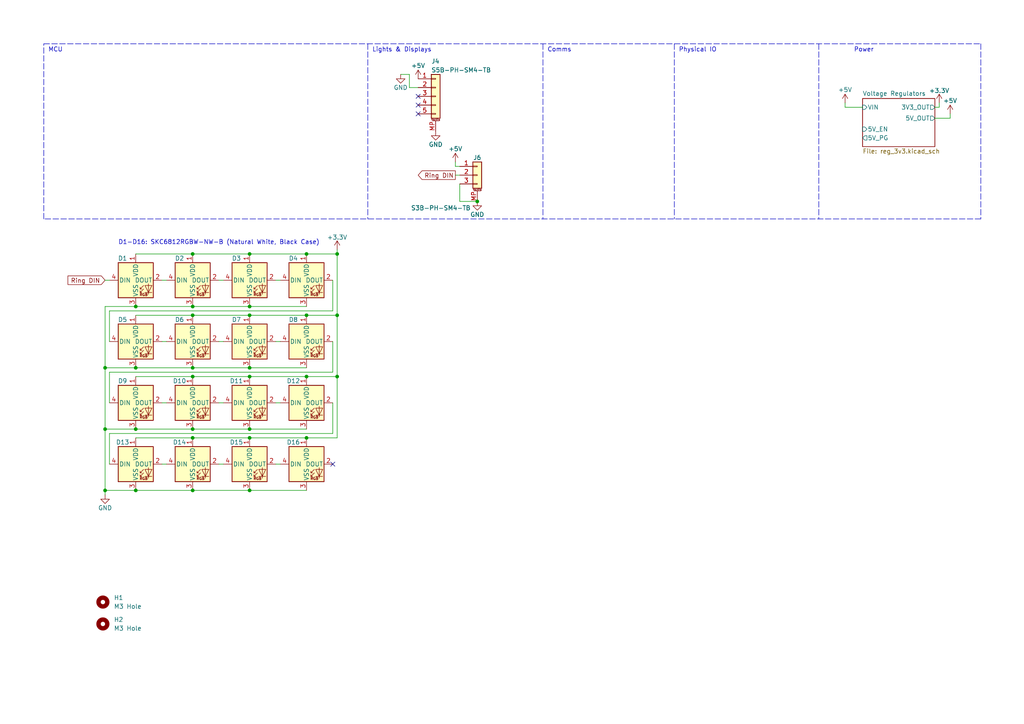
<source format=kicad_sch>
(kicad_sch (version 20230121) (generator eeschema)
  (paper "A4")
  (lib_symbols
    (symbol "Connector_Generic_MountingPin:Conn_01x03_MountingPin" (pin_names (offset 1.016) hide)
      (property "Reference" "J" (at 0 5.08 0))
      (property "Value" "Conn_01x03_MountingPin" (at 1.27 -5.08 0))
      (symbol "Conn_01x03_MountingPin_1_1"
        (rectangle (start -1.27 -2.413) (end 0 -2.667) (stroke (width 0.1524)))
        (rectangle (start -1.27 0.127) (end 0 -0.127) (stroke (width 0.1524)))
        (rectangle (start -1.27 2.667) (end 0 2.413) (stroke (width 0.1524)))
        (rectangle (start -1.27 3.81) (end 1.27 -3.81) (stroke (width 0.254)) (fill (type background)))
        (polyline (pts (xy -1.016 -4.572) (xy 1.016 -4.572)) (stroke (width 0.1524)))
        (text "Mounting" (at 0 -4.191 0) (effects (font (size 0.381 0.381))))
        (pin passive line (at -5.08 2.54 0) (length 3.81) (name "Pin_1") (number "1"))
        (pin passive line (at -5.08 0 0) (length 3.81) (name "Pin_2") (number "2"))
        (pin passive line (at -5.08 -2.54 0) (length 3.81) (name "Pin_3") (number "3"))
        (pin passive line (at 0 -7.62 90) (length 3.048) (name "MountPin") (number "MP"))
      )
    )
    (symbol "Connector_Generic_MountingPin:Conn_01x05_MountingPin" (pin_names (offset 1.016) hide)
      (property "Reference" "J" (at 0 7.62 0))
      (property "Value" "Conn_01x05_MountingPin" (at 1.27 -7.62 0))
      (symbol "Conn_01x05_MountingPin_1_1"
        (rectangle (start -1.27 -4.953) (end 0 -5.207) (stroke (width 0.1524)))
        (rectangle (start -1.27 -2.413) (end 0 -2.667) (stroke (width 0.1524)))
        (rectangle (start -1.27 0.127) (end 0 -0.127) (stroke (width 0.1524)))
        (rectangle (start -1.27 2.667) (end 0 2.413) (stroke (width 0.1524)))
        (rectangle (start -1.27 5.207) (end 0 4.953) (stroke (width 0.1524)))
        (rectangle (start -1.27 6.35) (end 1.27 -6.35) (stroke (width 0.254)) (fill (type background)))
        (polyline (pts (xy -1.016 -7.112) (xy 1.016 -7.112)) (stroke (width 0.1524)))
        (text "Mounting" (at 0 -6.731 0) (effects (font (size 0.381 0.381))))
        (pin passive line (at -5.08 5.08 0) (length 3.81) (name "Pin_1") (number "1"))
        (pin passive line (at -5.08 2.54 0) (length 3.81) (name "Pin_2") (number "2"))
        (pin passive line (at -5.08 0 0) (length 3.81) (name "Pin_3") (number "3"))
        (pin passive line (at -5.08 -2.54 0) (length 3.81) (name "Pin_4") (number "4"))
        (pin passive line (at -5.08 -5.08 0) (length 3.81) (name "Pin_5") (number "5"))
        (pin passive line (at 0 -10.16 90) (length 3.048) (name "MountPin") (number "MP"))
      )
    )
    (symbol "GND_1" (power) (pin_names (offset 0))
      (property "Value" "GND_1" (at 0 -3.81 0))
      (symbol "GND_1_0_1"
        (polyline (pts (xy 0 0) (xy 0 -1.27) (xy 1.27 -1.27) (xy 0 -2.54) (xy -1.27 -1.27) (xy 0 -1.27)))
      )
      (symbol "GND_1_1_1"
        (pin power_in line (at 0 0 270) (length 0) hide (name "GND") (number "1"))
      )
    )
    (symbol "LED:WS2812B" (pin_names (offset 0.254))
      (property "Reference" "D" (at 5.08 5.715 0))
      (property "Value" "WS2812B" (at 1.27 -5.715 0))
      (symbol "WS2812B_0_0"
        (text "RGB" (at 2.286 -4.191 0) (effects (font (size 0.762 0.762))))
      )
      (symbol "WS2812B_0_1"
        (polyline (pts (xy 1.27 -3.556) (xy 1.778 -3.556)))
        (polyline (pts (xy 1.27 -2.54) (xy 1.778 -2.54)))
        (polyline (pts (xy 4.699 -3.556) (xy 2.667 -3.556)))
        (polyline (pts (xy 2.286 -2.54) (xy 1.27 -3.556) (xy 1.27 -3.048)))
        (polyline (pts (xy 2.286 -1.524) (xy 1.27 -2.54) (xy 1.27 -2.032)))
        (polyline (pts (xy 3.683 -1.016) (xy 3.683 -3.556) (xy 3.683 -4.064)))
        (polyline (pts (xy 4.699 -1.524) (xy 2.667 -1.524) (xy 3.683 -3.556) (xy 4.699 -1.524)))
        (rectangle (start 5.08 5.08) (end -5.08 -5.08) (stroke (width 0.254)) (fill (type background)))
      )
      (symbol "WS2812B_1_1"
        (pin power_in line (at 0 7.62 270) (length 2.54) (name "VDD") (number "1"))
        (pin output line (at 7.62 0 180) (length 2.54) (name "DOUT") (number "2"))
        (pin power_in line (at 0 -7.62 90) (length 2.54) (name "VSS") (number "3"))
        (pin input line (at -7.62 0 0) (length 2.54) (name "DIN") (number "4"))
      )
    )
    (symbol "Mechanical:MountingHole" (pin_names (offset 1.016))
      (property "Reference" "H" (at 0 5.08 0))
      (property "Value" "MountingHole" (at 0 3.175 0))
      (symbol "MountingHole_0_1"
        (circle (center 0 0) (radius 1.27) (stroke (width 1.27)))
      )
    )
    (symbol "power:+3.3V" (power) (pin_names (offset 0))
      (property "Value" "+3.3V" (at 0 3.556 0))
      (symbol "+3.3V_0_1"
        (polyline (pts (xy -0.762 1.27) (xy 0 2.54)))
        (polyline (pts (xy 0 0) (xy 0 2.54)))
        (polyline (pts (xy 0 2.54) (xy 0.762 1.27)))
      )
      (symbol "+3.3V_1_1"
        (pin power_in line (at 0 0 90) (length 0) hide (name "+3.3V") (number "1"))
      )
    )
    (symbol "power:+5V" (power) (pin_names (offset 0))
      (property "Value" "+5V" (at 0 3.556 0))
      (symbol "+5V_0_1"
        (polyline (pts (xy -0.762 1.27) (xy 0 2.54)))
        (polyline (pts (xy 0 0) (xy 0 2.54)))
        (polyline (pts (xy 0 2.54) (xy 0.762 1.27)))
      )
      (symbol "+5V_1_1"
        (pin power_in line (at 0 0 90) (length 0) hide (name "+5V") (number "1"))
      )
    )
    (symbol "power:GND" (power) (pin_names (offset 0))
      (property "Value" "GND" (at 0 -3.81 0))
      (symbol "GND_0_1"
        (polyline (pts (xy 0 0) (xy 0 -1.27) (xy 1.27 -1.27) (xy 0 -2.54) (xy -1.27 -1.27) (xy 0 -1.27)))
      )
      (symbol "GND_1_1"
        (pin power_in line (at 0 0 270) (length 0) hide (name "GND") (number "1"))
      )
    )
  )
  (junction (at 55.88 124.46))
  (junction (at 30.48 106.68))
  (junction (at 72.39 127))
  (junction (at 55.88 127))
  (junction (at 55.88 91.44))
  (junction (at 88.9 73.66))
  (junction (at 55.88 106.68))
  (junction (at 39.37 88.9))
  (junction (at 97.79 91.44))
  (junction (at 88.9 109.22))
  (junction (at 97.79 73.66))
  (junction (at 72.39 88.9))
  (junction (at 39.37 106.68))
  (junction (at 138.43 58.42))
  (junction (at 72.39 109.22))
  (junction (at 72.39 73.66))
  (junction (at 72.39 124.46))
  (junction (at 72.39 106.68))
  (junction (at 88.9 127))
  (junction (at 55.88 73.66))
  (junction (at 72.39 91.44))
  (junction (at 55.88 142.24))
  (junction (at 39.37 142.24))
  (junction (at 30.48 142.24))
  (junction (at 30.48 124.46))
  (junction (at 88.9 91.44))
  (junction (at 55.88 109.22))
  (junction (at 97.79 109.22))
  (junction (at 55.88 88.9))
  (junction (at 72.39 142.24))
  (junction (at 39.37 124.46))
  (no_connect (at 121.285 27.94))
  (no_connect (at 121.285 33.02))
  (no_connect (at 121.285 30.48))
  (no_connect (at 96.52 134.62))
  (wire (pts (xy 88.9 124.46) (xy 72.39 124.46)))
  (wire (pts (xy 39.37 106.68) (xy 30.48 106.68)))
  (wire (pts (xy 80.01 81.28) (xy 81.28 81.28)))
  (wire (pts (xy 72.39 142.24) (xy 88.9 142.24)))
  (wire (pts (xy 88.9 73.66) (xy 97.79 73.66)))
  (wire (pts (xy 30.48 142.24) (xy 30.48 143.51)))
  (wire (pts (xy 55.88 109.22) (xy 72.39 109.22)))
  (wire (pts (xy 46.99 81.28) (xy 48.26 81.28)))
  (wire (pts (xy 133.35 58.42) (xy 138.43 58.42)))
  (wire (pts (xy 97.79 109.22) (xy 97.79 127)))
  (polyline (pts (xy 284.48 63.5) (xy 12.7 63.5)) (stroke (width 0) (type dash)))
  (wire (pts (xy 31.75 125.73) (xy 31.75 134.62)))
  (polyline (pts (xy 157.48 12.7) (xy 157.48 63.5)) (stroke (width 0) (type dash)))
  (wire (pts (xy 72.39 91.44) (xy 88.9 91.44)))
  (wire (pts (xy 46.99 134.62) (xy 48.26 134.62)))
  (wire (pts (xy 46.99 116.84) (xy 48.26 116.84)))
  (wire (pts (xy 97.79 73.66) (xy 97.79 91.44)))
  (wire (pts (xy 46.99 99.06) (xy 48.26 99.06)))
  (wire (pts (xy 97.79 72.39) (xy 97.79 73.66)))
  (wire (pts (xy 39.37 91.44) (xy 55.88 91.44)))
  (polyline (pts (xy 284.48 12.7) (xy 284.48 63.5)) (stroke (width 0) (type dash)))
  (wire (pts (xy 72.39 127) (xy 88.9 127)))
  (wire (pts (xy 80.01 134.62) (xy 81.28 134.62)))
  (wire (pts (xy 39.37 73.66) (xy 55.88 73.66)))
  (wire (pts (xy 30.48 106.68) (xy 30.48 124.46)))
  (wire (pts (xy 80.01 99.06) (xy 81.28 99.06)))
  (wire (pts (xy 72.39 88.9) (xy 55.88 88.9)))
  (wire (pts (xy 55.88 106.68) (xy 39.37 106.68)))
  (wire (pts (xy 96.52 81.28) (xy 96.52 90.17)))
  (wire (pts (xy 96.52 107.95) (xy 31.75 107.95)))
  (wire (pts (xy 245.11 31.115) (xy 245.11 29.845)))
  (wire (pts (xy 72.39 106.68) (xy 55.88 106.68)))
  (polyline (pts (xy 195.58 12.7) (xy 195.58 63.5)) (stroke (width 0) (type dash)))
  (wire (pts (xy 39.37 88.9) (xy 30.48 88.9)))
  (wire (pts (xy 80.01 116.84) (xy 81.28 116.84)))
  (wire (pts (xy 31.75 90.17) (xy 31.75 99.06)))
  (wire (pts (xy 250.19 31.115) (xy 245.11 31.115)))
  (wire (pts (xy 132.08 50.8) (xy 133.35 50.8)))
  (wire (pts (xy 96.52 116.84) (xy 96.52 125.73)))
  (wire (pts (xy 88.9 127) (xy 97.79 127)))
  (wire (pts (xy 72.39 73.66) (xy 88.9 73.66)))
  (wire (pts (xy 55.88 73.66) (xy 72.39 73.66)))
  (wire (pts (xy 132.08 46.99) (xy 132.08 48.26)))
  (wire (pts (xy 133.35 53.34) (xy 133.35 58.42)))
  (wire (pts (xy 55.88 88.9) (xy 39.37 88.9)))
  (wire (pts (xy 96.52 90.17) (xy 31.75 90.17)))
  (wire (pts (xy 88.9 106.68) (xy 72.39 106.68)))
  (wire (pts (xy 39.37 109.22) (xy 55.88 109.22)))
  (polyline (pts (xy 12.7 12.7) (xy 284.48 12.7)) (stroke (width 0) (type dash)))
  (wire (pts (xy 55.88 127) (xy 72.39 127)))
  (wire (pts (xy 39.37 142.24) (xy 55.88 142.24)))
  (wire (pts (xy 55.88 91.44) (xy 72.39 91.44)))
  (wire (pts (xy 30.48 124.46) (xy 30.48 142.24)))
  (wire (pts (xy 39.37 127) (xy 55.88 127)))
  (wire (pts (xy 63.5 134.62) (xy 64.77 134.62)))
  (wire (pts (xy 275.59 34.29) (xy 275.59 33.02)))
  (wire (pts (xy 118.745 25.4) (xy 121.285 25.4)))
  (polyline (pts (xy 237.49 12.7) (xy 237.49 63.5)) (stroke (width 0) (type dash)))
  (wire (pts (xy 31.75 125.73) (xy 96.52 125.73)))
  (wire (pts (xy 118.745 21.59) (xy 118.745 25.4)))
  (wire (pts (xy 116.205 21.59) (xy 118.745 21.59)))
  (wire (pts (xy 39.37 124.46) (xy 30.48 124.46)))
  (wire (pts (xy 272.415 31.115) (xy 272.415 29.845)))
  (wire (pts (xy 271.145 34.29) (xy 275.59 34.29)))
  (wire (pts (xy 30.48 81.28) (xy 31.75 81.28)))
  (wire (pts (xy 271.145 31.115) (xy 272.415 31.115)))
  (wire (pts (xy 63.5 99.06) (xy 64.77 99.06)))
  (wire (pts (xy 88.9 109.22) (xy 97.79 109.22)))
  (wire (pts (xy 63.5 116.84) (xy 64.77 116.84)))
  (polyline (pts (xy 106.68 12.7) (xy 106.68 63.5)) (stroke (width 0) (type dash)))
  (wire (pts (xy 63.5 81.28) (xy 64.77 81.28)))
  (wire (pts (xy 55.88 124.46) (xy 39.37 124.46)))
  (wire (pts (xy 96.52 99.06) (xy 96.52 107.95)))
  (wire (pts (xy 72.39 109.22) (xy 88.9 109.22)))
  (wire (pts (xy 30.48 88.9) (xy 30.48 106.68)))
  (wire (pts (xy 88.9 91.44) (xy 97.79 91.44)))
  (wire (pts (xy 31.75 107.95) (xy 31.75 116.84)))
  (wire (pts (xy 30.48 142.24) (xy 39.37 142.24)))
  (wire (pts (xy 72.39 124.46) (xy 55.88 124.46)))
  (wire (pts (xy 132.08 48.26) (xy 133.35 48.26)))
  (wire (pts (xy 88.9 88.9) (xy 72.39 88.9)))
  (wire (pts (xy 97.79 91.44) (xy 97.79 109.22)))
  (wire (pts (xy 55.88 142.24) (xy 72.39 142.24)))
  (polyline (pts (xy 12.7 63.5) (xy 12.7 12.7)) (stroke (width 0) (type dash)))
  (text "Power" (at 247.65 15.24 0) (effects (font (size 1.27 1.27)) (justify left bottom)))
  (text "Physical IO" (at 196.85 15.24 0) (effects (font (size 1.27 1.27)) (justify left bottom)))
  (text "Comms" (at 158.75 15.24 0) (effects (font (size 1.27 1.27)) (justify left bottom)))
  (text "Lights & Displays" (at 107.95 15.24 0) (effects (font (size 1.27 1.27)) (justify left bottom)))
  (text "MCU" (at 13.97 15.24 0) (effects (font (size 1.27 1.27)) (justify left bottom)))
  (text "D1-D16: SKC6812RGBW-NW-B (Natural White, Black Case)" (at 34.29 71.12 0) (effects (font (size 1.27 1.27)) (justify left bottom)))
  (global_label "Ring DIN" (shape input) (at 30.48 81.28 180) (property "Intersheetrefs" "${INTERSHEET_REFS}" (effects hide)))
  (global_label "Ring DIN" (shape output) (at 132.08 50.8 180) (property "Intersheetrefs" "${INTERSHEET_REFS}" (effects hide)))
  (symbol (lib_name "GND_1") (lib_id "power:GND") (at 116.205 21.59 0) (unit 1)
    (property "Reference" "#PWR010" (effects hide))
    (property "Value" "GND" (at 116.205 25.4 0))
  )
  (symbol (lib_id "LED:WS2812B") (at 39.37 99.06 0) (unit 1)
    (property "Reference" "D5" (at 35.56 92.71 0))
    (property "Value" "SKC6812RGBW-NW-B" (effects hide))
    (property "Footprint" "LED_SMD:LED_WS2812B_PLCC4_5.0x5.0mm_P3.2mm" (effects hide))
    (property "Datasheet" "https://cdn-shop.adafruit.com/datasheets/WS2812B.pdf" (effects hide))
  )
  (symbol (lib_id "LED:WS2812B") (at 88.9 99.06 0) (unit 1)
    (property "Reference" "D8" (at 85.09 92.71 0))
    (property "Value" "SKC6812RGBW-NW-B" (effects hide))
    (property "Footprint" "LED_SMD:LED_WS2812B_PLCC4_5.0x5.0mm_P3.2mm" (effects hide))
    (property "Datasheet" "https://cdn-shop.adafruit.com/datasheets/WS2812B.pdf" (effects hide))
  )
  (symbol (lib_id "power:+5V") (at 132.08 46.99 0) (unit 1)
    (property "Reference" "#PWR030" (effects hide))
    (property "Value" "+5V" (at 132.08 43.18 0))
  )
  (symbol (lib_id "LED:WS2812B") (at 88.9 81.28 0) (unit 1)
    (property "Reference" "D4" (at 85.09 74.93 0))
    (property "Value" "SKC6812RGBW-NW-B" (effects hide))
    (property "Footprint" "LED_SMD:LED_WS2812B_PLCC4_5.0x5.0mm_P3.2mm" (effects hide))
    (property "Datasheet" "https://cdn-shop.adafruit.com/datasheets/WS2812B.pdf" (effects hide))
  )
  (symbol (lib_id "power:GND") (at 126.365 38.1 0) (unit 1)
    (property "Reference" "#PWR017" (effects hide))
    (property "Value" "GND" (at 126.365 41.91 0))
  )
  (symbol (lib_id "power:+3.3V") (at 272.415 29.845 0) (mirror y) (unit 1)
    (property "Reference" "#PWR029" (effects hide))
    (property "Value" "+3.3V" (at 272.415 26.289 0))
  )
  (symbol (lib_id "power:+3.3V") (at 97.79 72.39 0) (mirror y) (unit 1)
    (property "Reference" "#PWR019" (effects hide))
    (property "Value" "+3.3V" (at 97.79 68.834 0))
  )
  (symbol (lib_id "Mechanical:MountingHole") (at 29.845 180.975 0) (unit 1) (in_bom no)
    (property "Reference" "H2" (at 33.02 179.705 0) (effects (justify left)))
    (property "Value" "M3 Hole" (at 33.02 182.245 0) (effects (justify left)))
    (property "Footprint" "MountingHole:MountingHole_3.2mm_M3_ISO14580" (effects hide))
  )
  (symbol (lib_id "LED:WS2812B") (at 72.39 81.28 0) (unit 1)
    (property "Reference" "D3" (at 68.58 74.93 0))
    (property "Value" "SKC6812RGBW-NW-B" (effects hide))
    (property "Footprint" "LED_SMD:LED_WS2812B_PLCC4_5.0x5.0mm_P3.2mm" (effects hide))
    (property "Datasheet" "https://cdn-shop.adafruit.com/datasheets/WS2812B.pdf" (effects hide))
  )
  (symbol (lib_id "LED:WS2812B") (at 39.37 81.28 0) (unit 1)
    (property "Reference" "D1" (at 35.56 74.93 0))
    (property "Value" "SKC6812RGBW-NW-B" (effects hide))
    (property "Footprint" "LED_SMD:LED_WS2812B_PLCC4_5.0x5.0mm_P3.2mm" (effects hide))
    (property "Datasheet" "https://cdn-shop.adafruit.com/datasheets/WS2812B.pdf" (effects hide))
  )
  (symbol (lib_id "LED:WS2812B") (at 55.88 99.06 0) (unit 1)
    (property "Reference" "D6" (at 52.07 92.71 0))
    (property "Value" "SKC6812RGBW-NW-B" (effects hide))
    (property "Footprint" "LED_SMD:LED_WS2812B_PLCC4_5.0x5.0mm_P3.2mm" (effects hide))
    (property "Datasheet" "https://cdn-shop.adafruit.com/datasheets/WS2812B.pdf" (effects hide))
  )
  (symbol (lib_id "LED:WS2812B") (at 55.88 81.28 0) (unit 1)
    (property "Reference" "D2" (at 52.07 74.93 0))
    (property "Value" "SKC6812RGBW-NW-B" (effects hide))
    (property "Footprint" "LED_SMD:LED_WS2812B_PLCC4_5.0x5.0mm_P3.2mm" (effects hide))
    (property "Datasheet" "https://cdn-shop.adafruit.com/datasheets/WS2812B.pdf" (effects hide))
  )
  (symbol (lib_id "Connector_Generic_MountingPin:Conn_01x05_MountingPin") (at 126.365 27.94 0) (unit 1)
    (property "Reference" "J4" (at 125.095 17.78 0) (effects (justify left)))
    (property "Value" "S5B-PH-SM4-TB" (at 125.095 20.32 0) (effects (justify left)))
    (property "Footprint" "Connector_JST:JST_PH_S5B-PH-SM4-TB_1x05-1MP_P2.00mm_Horizontal" (effects hide))
  )
  (symbol (lib_id "LED:WS2812B") (at 39.37 116.84 0) (unit 1)
    (property "Reference" "D9" (at 35.56 110.49 0))
    (property "Value" "SKC6812RGBW-NW-B" (effects hide))
    (property "Footprint" "LED_SMD:LED_WS2812B_PLCC4_5.0x5.0mm_P3.2mm" (effects hide))
    (property "Datasheet" "https://cdn-shop.adafruit.com/datasheets/WS2812B.pdf" (effects hide))
  )
  (symbol (lib_id "Mechanical:MountingHole") (at 29.845 174.625 0) (unit 1) (in_bom no)
    (property "Reference" "H1" (at 33.02 173.355 0) (effects (justify left)))
    (property "Value" "M3 Hole" (at 33.02 175.895 0) (effects (justify left)))
    (property "Footprint" "MountingHole:MountingHole_3.2mm_M3_ISO14580" (effects hide))
  )
  (symbol (lib_id "LED:WS2812B") (at 72.39 134.62 0) (unit 1)
    (property "Reference" "D15" (at 68.58 128.27 0))
    (property "Value" "SKC6812RGBW-NW-B" (effects hide))
    (property "Footprint" "LED_SMD:LED_WS2812B_PLCC4_5.0x5.0mm_P3.2mm" (effects hide))
    (property "Datasheet" "https://cdn-shop.adafruit.com/datasheets/WS2812B.pdf" (effects hide))
  )
  (symbol (lib_id "power:GND") (at 138.43 58.42 0) (unit 1)
    (property "Reference" "#PWR031" (effects hide))
    (property "Value" "GND" (at 138.43 62.23 0))
  )
  (symbol (lib_id "LED:WS2812B") (at 39.37 134.62 0) (unit 1)
    (property "Reference" "D13" (at 35.56 128.27 0))
    (property "Value" "SKC6812RGBW-NW-B" (effects hide))
    (property "Footprint" "LED_SMD:LED_WS2812B_PLCC4_5.0x5.0mm_P3.2mm" (effects hide))
    (property "Datasheet" "https://cdn-shop.adafruit.com/datasheets/WS2812B.pdf" (effects hide))
  )
  (symbol (lib_id "Connector_Generic_MountingPin:Conn_01x03_MountingPin") (at 138.43 50.8 0) (unit 1)
    (property "Reference" "J6" (at 138.43 45.72 0))
    (property "Value" "S3B-PH-SM4-TB" (at 136.525 60.325 0) (effects (justify right)))
    (property "Footprint" "Connector_JST:JST_PH_S3B-PH-SM4-TB_1x03-1MP_P2.00mm_Horizontal" (effects hide))
  )
  (symbol (lib_id "power:GND") (at 30.48 143.51 0) (unit 1)
    (property "Reference" "#PWR028" (effects hide))
    (property "Value" "GND" (at 30.48 147.32 0))
  )
  (symbol (lib_id "LED:WS2812B") (at 55.88 116.84 0) (unit 1)
    (property "Reference" "D10" (at 52.07 110.49 0))
    (property "Value" "SKC6812RGBW-NW-B" (effects hide))
    (property "Footprint" "LED_SMD:LED_WS2812B_PLCC4_5.0x5.0mm_P3.2mm" (effects hide))
    (property "Datasheet" "https://cdn-shop.adafruit.com/datasheets/WS2812B.pdf" (effects hide))
  )
  (symbol (lib_id "power:+5V") (at 121.285 22.86 0) (unit 1)
    (property "Reference" "#PWR011" (effects hide))
    (property "Value" "+5V" (at 121.285 19.05 0))
  )
  (symbol (lib_id "LED:WS2812B") (at 72.39 99.06 0) (unit 1)
    (property "Reference" "D7" (at 68.58 92.71 0))
    (property "Value" "SKC6812RGBW-NW-B" (effects hide))
    (property "Footprint" "LED_SMD:LED_WS2812B_PLCC4_5.0x5.0mm_P3.2mm" (effects hide))
    (property "Datasheet" "https://cdn-shop.adafruit.com/datasheets/WS2812B.pdf" (effects hide))
  )
  (symbol (lib_id "LED:WS2812B") (at 55.88 134.62 0) (unit 1)
    (property "Reference" "D14" (at 52.07 128.27 0))
    (property "Value" "SKC6812RGBW-NW-B" (effects hide))
    (property "Footprint" "LED_SMD:LED_WS2812B_PLCC4_5.0x5.0mm_P3.2mm" (effects hide))
    (property "Datasheet" "https://cdn-shop.adafruit.com/datasheets/WS2812B.pdf" (effects hide))
  )
  (symbol (lib_id "power:+5V") (at 275.59 33.02 0) (unit 1)
    (property "Reference" "#PWR022" (effects hide))
    (property "Value" "+5V" (at 275.59 29.21 0))
  )
  (symbol (lib_id "LED:WS2812B") (at 72.39 116.84 0) (unit 1)
    (property "Reference" "D11" (at 68.58 110.49 0))
    (property "Value" "SKC6812RGBW-NW-B" (effects hide))
    (property "Footprint" "LED_SMD:LED_WS2812B_PLCC4_5.0x5.0mm_P3.2mm" (effects hide))
    (property "Datasheet" "https://cdn-shop.adafruit.com/datasheets/WS2812B.pdf" (effects hide))
  )
  (symbol (lib_id "power:+5V") (at 245.11 29.845 0) (unit 1)
    (property "Reference" "#PWR01" (effects hide))
    (property "Value" "+5V" (at 245.11 26.035 0))
  )
  (symbol (lib_id "LED:WS2812B") (at 88.9 134.62 0) (unit 1)
    (property "Reference" "D16" (at 85.09 128.27 0))
    (property "Value" "SKC6812RGBW-NW-B" (effects hide))
    (property "Footprint" "LED_SMD:LED_WS2812B_PLCC4_5.0x5.0mm_P3.2mm" (effects hide))
    (property "Datasheet" "https://cdn-shop.adafruit.com/datasheets/WS2812B.pdf" (effects hide))
  )
  (symbol (lib_id "LED:WS2812B") (at 88.9 116.84 0) (unit 1)
    (property "Reference" "D12" (at 85.09 110.49 0))
    (property "Value" "SKC6812RGBW-NW-B" (effects hide))
    (property "Footprint" "LED_SMD:LED_WS2812B_PLCC4_5.0x5.0mm_P3.2mm" (effects hide))
    (property "Datasheet" "https://cdn-shop.adafruit.com/datasheets/WS2812B.pdf" (effects hide))
  )
  (sheet (at 250.19 28.575) (size 20.955 13.97) (stroke (width 0.1524))
    (property "Sheetname" "Voltage Regulators" (at 250.19 27.8634 0) (effects (justify left bottom)))
    (property "Sheetfile" "reg_3v3.kicad_sch" (at 250.19 43.1296 0) (effects (justify left top)))
    (pin "VIN" input (at 250.19 31.115 180))
    (pin "3V3_OUT" output (at 271.145 31.115 0))
    (pin "5V_PG" output (at 250.19 40.005 180))
    (pin "5V_EN" input (at 250.19 37.465 180))
    (pin "5V_OUT" output (at 271.145 34.29 0))
  )
)
</source>
